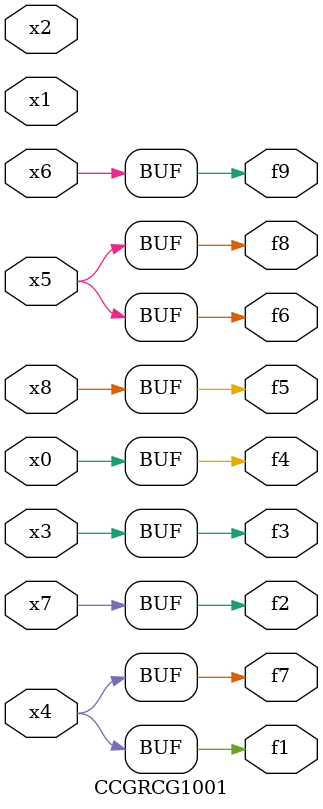
<source format=v>
module CCGRCG1001(
	input x0, x1, x2, x3, x4, x5, x6, x7, x8,
	output f1, f2, f3, f4, f5, f6, f7, f8, f9
);
	assign f1 = x4;
	assign f2 = x7;
	assign f3 = x3;
	assign f4 = x0;
	assign f5 = x8;
	assign f6 = x5;
	assign f7 = x4;
	assign f8 = x5;
	assign f9 = x6;
endmodule

</source>
